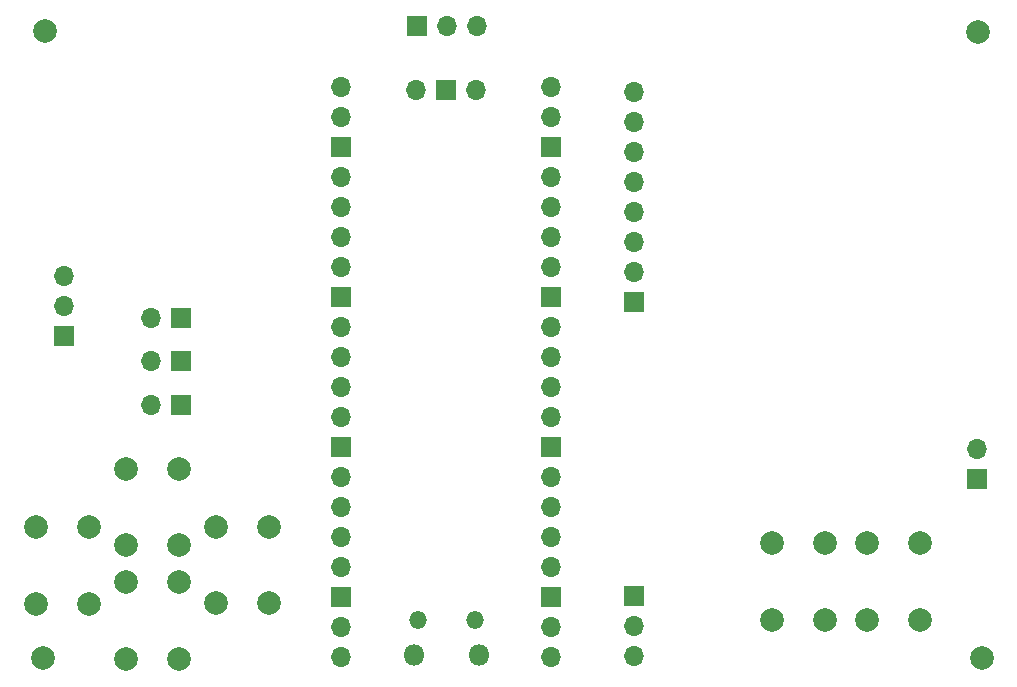
<source format=gbr>
%TF.GenerationSoftware,KiCad,Pcbnew,6.0.7-f9a2dced07~116~ubuntu20.04.1*%
%TF.CreationDate,2022-10-02T17:37:33+02:00*%
%TF.ProjectId,soundseeker,736f756e-6473-4656-956b-65722e6b6963,0.1*%
%TF.SameCoordinates,Original*%
%TF.FileFunction,Soldermask,Bot*%
%TF.FilePolarity,Negative*%
%FSLAX46Y46*%
G04 Gerber Fmt 4.6, Leading zero omitted, Abs format (unit mm)*
G04 Created by KiCad (PCBNEW 6.0.7-f9a2dced07~116~ubuntu20.04.1) date 2022-10-02 17:37:33*
%MOMM*%
%LPD*%
G01*
G04 APERTURE LIST*
%ADD10C,2.000000*%
%ADD11R,1.700000X1.700000*%
%ADD12O,1.700000X1.700000*%
%ADD13O,1.800000X1.800000*%
%ADD14O,1.500000X1.500000*%
G04 APERTURE END LIST*
D10*
%TO.C,REF\u002A\u002A*%
X193900000Y-123275000D03*
%TD*%
%TO.C,REF\u002A\u002A*%
X193575000Y-70300000D03*
%TD*%
%TO.C,REF\u002A\u002A*%
X114400000Y-123275000D03*
%TD*%
%TO.C,REF\u002A\u002A*%
X114625000Y-70200000D03*
%TD*%
D11*
%TO.C,J1*%
X193550000Y-108165000D03*
D12*
X193550000Y-105625000D03*
%TD*%
D11*
%TO.C,J4*%
X146110000Y-69775000D03*
D12*
X148650000Y-69775000D03*
X151190000Y-69775000D03*
%TD*%
D11*
%TO.C,J8*%
X126100000Y-94500000D03*
D12*
X123560000Y-94500000D03*
%TD*%
D10*
%TO.C,SW1*%
X118350000Y-118675000D03*
X118350000Y-112175000D03*
X113850000Y-118675000D03*
X113850000Y-112175000D03*
%TD*%
%TO.C,SW6*%
X188725000Y-120075000D03*
X188725000Y-113575000D03*
X184225000Y-120075000D03*
X184225000Y-113575000D03*
%TD*%
%TO.C,SW5*%
X180675000Y-113525000D03*
X180675000Y-120025000D03*
X176175000Y-113525000D03*
X176175000Y-120025000D03*
%TD*%
D12*
%TO.C,U2*%
X146050000Y-75160000D03*
D11*
X148590000Y-75160000D03*
D12*
X151130000Y-75160000D03*
X139700000Y-123190000D03*
X139700000Y-120650000D03*
D11*
X139700000Y-118110000D03*
D12*
X139700000Y-115570000D03*
X139700000Y-113030000D03*
X139700000Y-110490000D03*
X139700000Y-107950000D03*
D11*
X139700000Y-105410000D03*
D12*
X139700000Y-102870000D03*
X139700000Y-100330000D03*
X139700000Y-97790000D03*
X139700000Y-95250000D03*
D11*
X139700000Y-92710000D03*
D12*
X139700000Y-90170000D03*
X139700000Y-87630000D03*
X139700000Y-85090000D03*
X139700000Y-82550000D03*
D11*
X139700000Y-80010000D03*
D12*
X139700000Y-77470000D03*
X139700000Y-74930000D03*
X157480000Y-74930000D03*
X157480000Y-77470000D03*
D11*
X157480000Y-80010000D03*
D12*
X157480000Y-82550000D03*
X157480000Y-85090000D03*
X157480000Y-87630000D03*
X157480000Y-90170000D03*
D11*
X157480000Y-92710000D03*
D12*
X157480000Y-95250000D03*
X157480000Y-97790000D03*
X157480000Y-100330000D03*
X157480000Y-102870000D03*
D11*
X157480000Y-105410000D03*
D12*
X157480000Y-107950000D03*
X157480000Y-110490000D03*
X157480000Y-113030000D03*
X157480000Y-115570000D03*
D11*
X157480000Y-118110000D03*
D12*
X157480000Y-120650000D03*
X157480000Y-123190000D03*
D13*
X145865000Y-123060000D03*
D14*
X151015000Y-120030000D03*
X146165000Y-120030000D03*
D13*
X151315000Y-123060000D03*
%TD*%
D10*
%TO.C,SW4*%
X125925000Y-123350000D03*
X125925000Y-116850000D03*
X121425000Y-123350000D03*
X121425000Y-116850000D03*
%TD*%
D11*
%TO.C,J5*%
X116250000Y-96025000D03*
D12*
X116250000Y-93485000D03*
X116250000Y-90945000D03*
%TD*%
D10*
%TO.C,SW2*%
X133550000Y-112150000D03*
X133550000Y-118650000D03*
X129050000Y-118650000D03*
X129050000Y-112150000D03*
%TD*%
D11*
%TO.C,J3*%
X164450000Y-118000000D03*
D12*
X164450000Y-120540000D03*
X164450000Y-123080000D03*
%TD*%
D10*
%TO.C,SW3*%
X125925000Y-113750000D03*
X125925000Y-107250000D03*
X121425000Y-113750000D03*
X121425000Y-107250000D03*
%TD*%
D11*
%TO.C,J6*%
X126100000Y-98175000D03*
D12*
X123560000Y-98175000D03*
%TD*%
D11*
%TO.C,J7*%
X126100000Y-101850000D03*
D12*
X123560000Y-101850000D03*
%TD*%
D11*
%TO.C,J2*%
X164500000Y-93150000D03*
D12*
X164500000Y-90610000D03*
X164500000Y-88070000D03*
X164500000Y-85530000D03*
X164500000Y-82990000D03*
X164500000Y-80450000D03*
X164500000Y-77910000D03*
X164500000Y-75370000D03*
%TD*%
M02*

</source>
